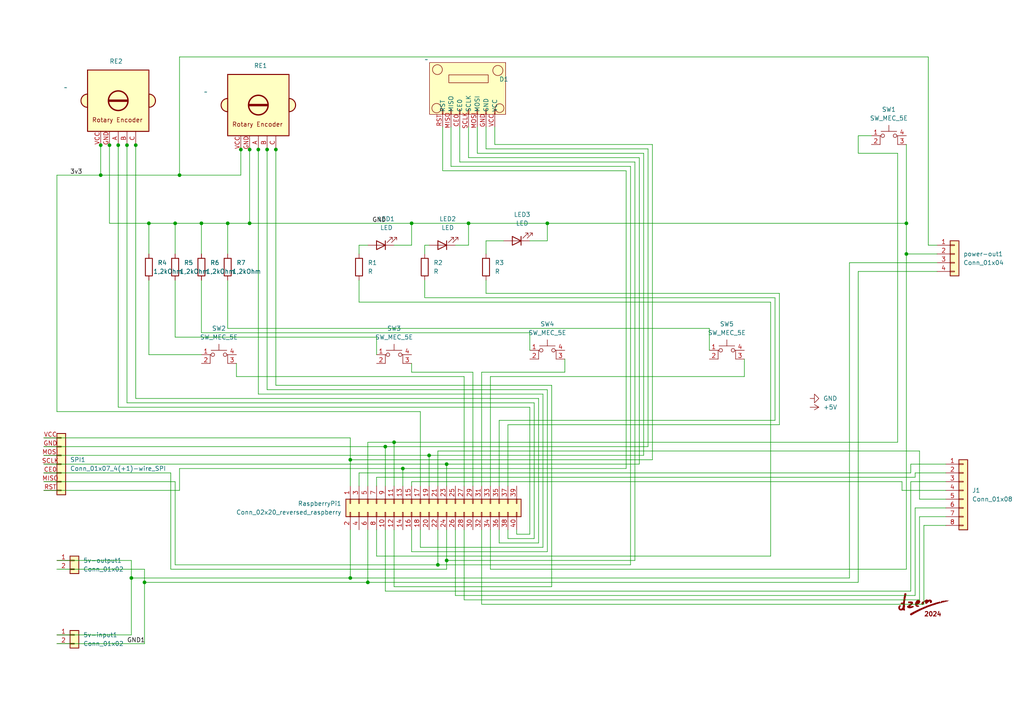
<source format=kicad_sch>
(kicad_sch (version 20230121) (generator eeschema)
  (paper "A4")
  (lib_symbols
    (symbol "Connector_Generic:Conn_01x02" (pin_names (offset 1.016) hide)
      (property "Reference" "J" (at 0 2.54 0))
      (property "Value" "Conn_01x02" (at 0 -5.08 0))
      (symbol "Conn_01x02_1_1"
        (pin passive line (at -5.08 0 0) (length 3.81) (name "Pin_1") (number "1"))
        (pin passive line (at -5.08 -2.54 0) (length 3.81) (name "Pin_2") (number "2"))
      )
    )
    (symbol "Connector_Generic:Conn_01x04" (pin_names (offset 1.016) hide)
      (property "Reference" "J" (at 0 5.08 0))
      (property "Value" "Conn_01x04" (at 0 -7.62 0))
      (symbol "Conn_01x04_1_1"
        (pin passive line (at -5.08 2.54 0) (length 3.81) (name "Pin_1") (number "1"))
        (pin passive line (at -5.08 0 0) (length 3.81) (name "Pin_2") (number "2"))
        (pin passive line (at -5.08 -2.54 0) (length 3.81) (name "Pin_3") (number "3"))
        (pin passive line (at -5.08 -5.08 0) (length 3.81) (name "Pin_4") (number "4"))
      )
    )
    (symbol "Connector_Generic:Conn_01x08" (pin_names (offset 1.016) hide)
      (property "Reference" "J" (at 0 10.16 0))
      (property "Value" "Conn_01x08" (at 0 -12.7 0))
      (symbol "Conn_01x08_1_1"
        (pin passive line (at -5.08 7.62 0) (length 3.81) (name "Pin_1") (number "1"))
        (pin passive line (at -5.08 5.08 0) (length 3.81) (name "Pin_2") (number "2"))
        (pin passive line (at -5.08 2.54 0) (length 3.81) (name "Pin_3") (number "3"))
        (pin passive line (at -5.08 0 0) (length 3.81) (name "Pin_4") (number "4"))
        (pin passive line (at -5.08 -2.54 0) (length 3.81) (name "Pin_5") (number "5"))
        (pin passive line (at -5.08 -5.08 0) (length 3.81) (name "Pin_6") (number "6"))
        (pin passive line (at -5.08 -7.62 0) (length 3.81) (name "Pin_7") (number "7"))
        (pin passive line (at -5.08 -10.16 0) (length 3.81) (name "Pin_8") (number "8"))
      )
    )
    (symbol "DZEM:Conn_01x07_4(+1)-wire_SPI" (pin_names (offset 1.016) hide)
      (property "Reference" "J" (at 0 10.16 0))
      (property "Value" "Conn_01x07_4(+1)-wire_SPI" (at 0 -10.16 0))
      (symbol "Conn_01x07_4(+1)-wire_SPI_1_1"
        (pin passive line (at -5.08 -2.54 0) (length 3.81) (name "CE0") (number "CE0"))
        (pin passive line (at -5.08 5.08 0) (length 3.81) (name "GND") (number "GND"))
        (pin passive line (at -5.08 -5.08 0) (length 3.81) (name "MISO") (number "MISO"))
        (pin passive line (at -5.08 2.54 0) (length 3.81) (name "MOSI") (number "MOSI"))
        (pin passive line (at -5.08 -7.62 0) (length 3.81) (name "RST") (number "RST"))
        (pin passive line (at -5.08 0 0) (length 3.81) (name "SCLK") (number "SCLK"))
        (pin passive line (at -5.08 7.62 0) (length 3.81) (name "VCC") (number "VCC"))
      )
    )
    (symbol "DZEM:Conn_02x20_reversed_raspberry" (pin_names (offset 1.016) hide)
      (property "Reference" "J" (at 1.27 25.4 0))
      (property "Value" "Conn_02x20_reversed_raspberry" (at 1.27 -27.94 0))
      (symbol "Conn_02x20_reversed_raspberry_1_1"
        (pin passive line (at 7.62 22.86 180) (length 3.81) (name "Pin_1") (number "1"))
        (pin passive line (at -5.08 12.7 0) (length 3.81) (name "Pin_10") (number "10"))
        (pin passive line (at 7.62 10.16 180) (length 3.81) (name "Pin_11") (number "11"))
        (pin passive line (at -5.08 10.16 0) (length 3.81) (name "Pin_12") (number "12"))
        (pin passive line (at 7.62 7.62 180) (length 3.81) (name "Pin_13") (number "13"))
        (pin passive line (at -5.08 7.62 0) (length 3.81) (name "Pin_14") (number "14"))
        (pin passive line (at 7.62 5.08 180) (length 3.81) (name "Pin_15") (number "15"))
        (pin passive line (at -5.08 5.08 0) (length 3.81) (name "Pin_16") (number "16"))
        (pin passive line (at 7.62 2.54 180) (length 3.81) (name "Pin_17") (number "17"))
        (pin passive line (at -5.08 2.54 0) (length 3.81) (name "Pin_18") (number "18"))
        (pin passive line (at 7.62 0 180) (length 3.81) (name "Pin_19") (number "19"))
        (pin passive line (at -5.08 22.86 0) (length 3.81) (name "Pin_2") (number "2"))
        (pin passive line (at -5.08 0 0) (length 3.81) (name "Pin_20") (number "20"))
        (pin passive line (at 7.62 -2.54 180) (length 3.81) (name "Pin_21") (number "21"))
        (pin passive line (at -5.08 -2.54 0) (length 3.81) (name "Pin_22") (number "22"))
        (pin passive line (at 7.62 -5.08 180) (length 3.81) (name "Pin_23") (number "23"))
        (pin passive line (at -5.08 -5.08 0) (length 3.81) (name "Pin_24") (number "24"))
        (pin passive line (at 7.62 -7.62 180) (length 3.81) (name "Pin_25") (number "25"))
        (pin passive line (at -5.08 -7.62 0) (length 3.81) (name "Pin_26") (number "26"))
        (pin passive line (at 7.62 -10.16 180) (length 3.81) (name "Pin_27") (number "27"))
        (pin passive line (at -5.08 -10.16 0) (length 3.81) (name "Pin_28") (number "28"))
        (pin passive line (at 7.62 -12.7 180) (length 3.81) (name "Pin_29") (number "29"))
        (pin passive line (at 7.62 20.32 180) (length 3.81) (name "Pin_3") (number "3"))
        (pin passive line (at -5.08 -12.7 0) (length 3.81) (name "Pin_30") (number "30"))
        (pin passive line (at 7.62 -15.24 180) (length 3.81) (name "Pin_31") (number "31"))
        (pin passive line (at -5.08 -15.24 0) (length 3.81) (name "Pin_32") (number "32"))
        (pin passive line (at 7.62 -17.78 180) (length 3.81) (name "Pin_33") (number "33"))
        (pin passive line (at -5.08 -17.78 0) (length 3.81) (name "Pin_34") (number "34"))
        (pin passive line (at 7.62 -20.32 180) (length 3.81) (name "Pin_35") (number "35"))
        (pin passive line (at -5.08 -20.32 0) (length 3.81) (name "Pin_36") (number "36"))
        (pin passive line (at 7.62 -22.86 180) (length 3.81) (name "Pin_37") (number "37"))
        (pin passive line (at -5.08 -22.86 0) (length 3.81) (name "Pin_38") (number "38"))
        (pin passive line (at 7.62 -25.4 180) (length 3.81) (name "Pin_39") (number "39"))
        (pin passive line (at -5.08 20.32 0) (length 3.81) (name "Pin_4") (number "4"))
        (pin passive line (at -5.08 -25.4 0) (length 3.81) (name "Pin_40") (number "40"))
        (pin passive line (at 7.62 17.78 180) (length 3.81) (name "Pin_5") (number "5"))
        (pin passive line (at -5.08 17.78 0) (length 3.81) (name "Pin_6") (number "6"))
        (pin passive line (at 7.62 15.24 180) (length 3.81) (name "Pin_7") (number "7"))
        (pin passive line (at -5.08 15.24 0) (length 3.81) (name "Pin_8") (number "8"))
        (pin passive line (at 7.62 12.7 180) (length 3.81) (name "Pin_9") (number "9"))
      )
    )
    (symbol "DZEM:EC11_Rotary_Encoder"
      (property "Reference" "RE" (at -0.254 5.842 0))
      (symbol "EC11_Rotary_Encoder_1_1"
        (text "Rotary Encoder" (at -0.254 -5.588 0) (effects (font (size 1.27 1.27))))
        (pin output line (at 0 -12.89 90) (length 4) (name "") (number "A"))
        (pin output line (at 2.54 -12.89 90) (length 4) (name "") (number "B"))
        (pin output line (at 5.08 -12.89 90) (length 4) (name "") (number "C"))
        (pin power_in line (at -2.54 -12.89 90) (length 4) (name "") (number "GND"))
        (pin power_in line (at -5.08 -12.89 90) (length 4) (name "") (number "VCC"))
      )
    )
    (symbol "DZEM:OLED_Display_Module"
      (property "Reference" "D" (at 5.207 -2.413 0))
      (symbol "OLED_Display_Module_1_1"
        (pin passive line (at 8.89 -18.796 90) (length 3.81) (name "CE0") (number "CE0"))
        (pin passive line (at 16.51 -18.796 90) (length 3.81) (name "GND") (number "GND"))
        (pin passive line (at 6.35 -18.796 90) (length 3.81) (name "MISO") (number "MISO"))
        (pin passive line (at 13.97 -18.796 90) (length 3.81) (name "MOSI") (number "MOSI"))
        (pin passive line (at 3.937 -18.796 90) (length 3.81) (name "RST") (number "RST"))
        (pin passive line (at 11.43 -18.796 90) (length 3.81) (name "SCLK") (number "SCLK"))
        (pin passive line (at 19.05 -18.796 90) (length 3.81) (name "VCC") (number "VCC"))
      )
    )
    (symbol "DZEM:dzem-signature" (pin_names (offset 1.016)))
    (symbol "Device:LED" (pin_numbers hide) (pin_names (offset 1.016) hide)
      (property "Reference" "D" (at 0 2.54 0))
      (property "Value" "LED" (at 0 -2.54 0))
      (symbol "LED_1_1"
        (pin passive line (at -3.81 0 0) (length 2.54) (name "K") (number "1"))
        (pin passive line (at 3.81 0 180) (length 2.54) (name "A") (number "2"))
      )
    )
    (symbol "Device:R" (pin_numbers hide) (pin_names (offset 0))
      (property "Reference" "R" (at 2.032 0 90))
      (property "Value" "R" (at 0 0 90))
      (symbol "R_1_1"
        (pin passive line (at 0 3.81 270) (length 1.27) (name "~") (number "1"))
        (pin passive line (at 0 -3.81 90) (length 1.27) (name "~") (number "2"))
      )
    )
    (symbol "Switch:SW_MEC_5E" (pin_names (offset 1.016) hide)
      (property "Reference" "SW" (at 0.635 5.715 0))
      (property "Value" "SW_MEC_5E" (at 0 -3.175 0))
      (symbol "SW_MEC_5E_0_1"
        (pin passive line (at -5.08 2.54 0) (length 2.54) (name "1") (number "1"))
        (pin passive line (at -5.08 0 0) (length 2.54) (name "2") (number "2"))
        (pin passive line (at 5.08 0 180) (length 2.54) (name "K") (number "3"))
        (pin passive line (at 5.08 2.54 180) (length 2.54) (name "A") (number "4"))
      )
    )
    (symbol "power:+5V" (power) (pin_names (offset 0))
      (property "Value" "+5V" (at 0 3.556 0))
      (symbol "+5V_1_1"
        (pin power_in line (at 0 0 90) (length 0) hide (name "+5V") (number "1"))
      )
    )
    (symbol "power:GND" (power) (pin_names (offset 0))
      (property "Value" "GND" (at 0 -3.81 0))
      (symbol "GND_1_1"
        (pin power_in line (at 0 0 270) (length 0) hide (name "GND") (number "1"))
      )
    )
  )
  (junction (at 34.29 42.1))
  (junction (at 72.39 64.77))
  (junction (at 50.8 64.77))
  (junction (at 116.84 135.89))
  (junction (at 80.01 43.37))
  (junction (at 127 163.83))
  (junction (at 262.89 64.77))
  (junction (at 74.93 43.37))
  (junction (at 158.75 64.77))
  (junction (at 129.54 162.56))
  (junction (at 135.89 64.77))
  (junction (at 111.76 129.54))
  (junction (at 29.21 50.8))
  (junction (at 41.91 168.91))
  (junction (at 36.83 42.1))
  (junction (at 129.54 134.62))
  (junction (at 124.46 132.08))
  (junction (at 114.3 128.27))
  (junction (at 52.07 50.8))
  (junction (at 43.18 64.77))
  (junction (at 106.68 168.91))
  (junction (at 58.42 64.77))
  (junction (at 101.6 133.35))
  (junction (at 31.75 42.1))
  (junction (at 29.21 42.1))
  (junction (at 77.47 43.37))
  (junction (at 119.38 64.77))
  (junction (at 72.39 43.37))
  (junction (at 66.04 64.77))
  (junction (at 262.89 73.66))
  (junction (at 69.85 43.37))
  (junction (at 39.37 42.1))
  (junction (at 38.1 167.64))
  (junction (at 101.6 167.64))
  (wire (pts (xy 41.91 165.1) (xy 41.91 168.91)))
  (wire (pts (xy 119.38 64.77) (xy 135.89 64.77)))
  (wire (pts (xy 261.62 139.7) (xy 261.62 142.24)))
  (wire (pts (xy 132.08 71.12) (xy 135.89 71.12)))
  (wire (pts (xy 34.29 118.11) (xy 153.67 118.11)))
  (wire (pts (xy 114.3 128.27) (xy 260.35 128.27)))
  (wire (pts (xy 119.38 105.41) (xy 119.38 107.95)))
  (wire (pts (xy 130.81 36.83) (xy 130.81 48.26)))
  (wire (pts (xy 116.84 135.89) (xy 116.84 140.97)))
  (wire (pts (xy 149.86 154.94) (xy 149.86 153.67)))
  (wire (pts (xy 129.54 134.62) (xy 185.42 134.62)))
  (wire (pts (xy 132.08 172.72) (xy 265.43 172.72)))
  (wire (pts (xy 77.47 113.03) (xy 158.75 113.03)))
  (wire (pts (xy 129.54 162.56) (xy 129.54 165.1)))
  (wire (pts (xy 34.29 42.1) (xy 34.29 118.11)))
  (wire (pts (xy 50.8 64.77) (xy 58.42 64.77)))
  (wire (pts (xy 43.18 81.28) (xy 43.18 102.87)))
  (wire (pts (xy 205.74 101.6) (xy 205.74 95.25)))
  (wire (pts (xy 68.58 105.41) (xy 68.58 109.22)))
  (wire (pts (xy 248.92 39.37) (xy 248.92 44.45)))
  (wire (pts (xy 224.79 86.36) (xy 224.79 121.92)))
  (wire (pts (xy 101.6 153.67) (xy 101.6 167.64)))
  (wire (pts (xy 38.1 184.15) (xy 16.51 184.15)))
  (wire (pts (xy 266.7 149.86) (xy 274.32 149.86)))
  (wire (pts (xy 269.24 71.12) (xy 271.78 71.12)))
  (wire (pts (xy 134.62 109.22) (xy 68.58 109.22)))
  (wire (pts (xy 109.22 140.97) (xy 109.22 138.43)))
  (wire (pts (xy 142.24 153.67) (xy 142.24 165.1)))
  (wire (pts (xy 72.39 43.18) (xy 72.39 43.37)))
  (wire (pts (xy 101.6 167.64) (xy 246.38 167.64)))
  (wire (pts (xy 106.68 168.91) (xy 248.92 168.91)))
  (wire (pts (xy 129.54 165.1) (xy 49.53 165.1)))
  (wire (pts (xy 52.07 50.8) (xy 69.85 50.8)))
  (wire (pts (xy 114.3 71.12) (xy 119.38 71.12)))
  (wire (pts (xy 50.8 64.77) (xy 50.8 73.66)))
  (wire (pts (xy 16.51 119.38) (xy 16.51 50.8)))
  (wire (pts (xy 50.8 163.83) (xy 127 163.83)))
  (wire (pts (xy 106.68 153.67) (xy 106.68 168.91)))
  (wire (pts (xy 140.97 69.85) (xy 140.97 73.66)))
  (wire (pts (xy 184.15 46.99) (xy 133.35 46.99)))
  (wire (pts (xy 49.53 165.1) (xy 49.53 137.16)))
  (wire (pts (xy 104.14 140.97) (xy 104.14 137.16)))
  (wire (pts (xy 142.24 140.97) (xy 142.24 109.22)))
  (wire (pts (xy 121.92 140.97) (xy 121.92 119.38)))
  (wire (pts (xy 137.16 107.95) (xy 119.38 107.95)))
  (wire (pts (xy 104.14 87.63) (xy 104.14 81.28)))
  (wire (pts (xy 104.14 71.12) (xy 106.68 71.12)))
  (wire (pts (xy 134.62 109.22) (xy 134.62 140.97)))
  (wire (pts (xy 121.92 119.38) (xy 16.51 119.38)))
  (wire (pts (xy 58.42 64.77) (xy 66.04 64.77)))
  (wire (pts (xy 156.21 157.48) (xy 156.21 115.57)))
  (wire (pts (xy 31.75 41.91) (xy 31.75 42.1)))
  (wire (pts (xy 129.54 153.67) (xy 129.54 162.56)))
  (wire (pts (xy 119.38 160.02) (xy 158.75 160.02)))
  (wire (pts (xy 140.97 36.83) (xy 140.97 43.18)))
  (wire (pts (xy 29.21 41.91) (xy 29.21 42.1)))
  (wire (pts (xy 58.42 96.52) (xy 58.42 81.28)))
  (wire (pts (xy 140.97 81.28) (xy 140.97 85.09)))
  (wire (pts (xy 266.7 173.99) (xy 266.7 149.86)))
  (wire (pts (xy 153.67 154.94) (xy 149.86 154.94)))
  (wire (pts (xy 127 140.97) (xy 127 130.81)))
  (wire (pts (xy 142.24 109.22) (xy 215.9 109.22)))
  (wire (pts (xy 181.61 135.89) (xy 116.84 135.89)))
  (wire (pts (xy 267.97 152.4) (xy 274.32 152.4)))
  (wire (pts (xy 38.1 162.56) (xy 38.1 167.64)))
  (wire (pts (xy 69.85 43.37) (xy 69.85 50.8)))
  (wire (pts (xy 119.38 153.67) (xy 119.38 160.02)))
  (wire (pts (xy 124.46 132.08) (xy 186.69 132.08)))
  (wire (pts (xy 101.6 133.35) (xy 101.6 140.97)))
  (wire (pts (xy 43.18 64.77) (xy 43.18 73.66)))
  (wire (pts (xy 12.7 139.7) (xy 50.8 139.7)))
  (wire (pts (xy 157.48 158.75) (xy 121.92 158.75)))
  (wire (pts (xy 135.89 64.77) (xy 158.75 64.77)))
  (wire (pts (xy 43.18 64.77) (xy 50.8 64.77)))
  (wire (pts (xy 144.78 121.92) (xy 224.79 121.92)))
  (wire (pts (xy 104.14 73.66) (xy 104.14 71.12)))
  (wire (pts (xy 189.23 41.91) (xy 143.51 41.91)))
  (wire (pts (xy 144.78 140.97) (xy 144.78 121.92)))
  (wire (pts (xy 109.22 161.29) (xy 223.52 161.29)))
  (wire (pts (xy 109.22 97.79) (xy 50.8 97.79)))
  (wire (pts (xy 39.37 41.91) (xy 39.37 42.1)))
  (wire (pts (xy 66.04 64.77) (xy 72.39 64.77)))
  (wire (pts (xy 262.89 64.77) (xy 262.89 73.66)))
  (wire (pts (xy 109.22 153.67) (xy 109.22 161.29)))
  (wire (pts (xy 66.04 64.77) (xy 66.04 73.66)))
  (wire (pts (xy 147.32 153.67) (xy 147.32 156.21)))
  (wire (pts (xy 182.88 48.26) (xy 130.81 48.26)))
  (wire (pts (xy 29.21 50.8) (xy 52.07 50.8)))
  (wire (pts (xy 138.43 44.45) (xy 186.69 44.45)))
  (wire (pts (xy 153.67 101.6) (xy 153.67 96.52)))
  (wire (pts (xy 153.67 118.11) (xy 153.67 154.94)))
  (wire (pts (xy 139.7 153.67) (xy 139.7 175.26)))
  (wire (pts (xy 52.07 16.51) (xy 52.07 50.8)))
  (wire (pts (xy 127 153.67) (xy 127 163.83)))
  (wire (pts (xy 134.62 153.67) (xy 134.62 173.99)))
  (wire (pts (xy 114.3 170.18) (xy 114.3 153.67)))
  (wire (pts (xy 163.83 104.14) (xy 163.83 107.95)))
  (wire (pts (xy 185.42 45.72) (xy 135.89 45.72)))
  (wire (pts (xy 158.75 64.77) (xy 262.89 64.77)))
  (wire (pts (xy 264.16 139.7) (xy 274.32 139.7)))
  (wire (pts (xy 266.7 144.78) (xy 274.32 144.78)))
  (wire (pts (xy 106.68 128.27) (xy 114.3 128.27)))
  (wire (pts (xy 260.35 128.27) (xy 260.35 44.45)))
  (wire (pts (xy 267.97 175.26) (xy 267.97 152.4)))
  (wire (pts (xy 38.1 167.64) (xy 101.6 167.64)))
  (wire (pts (xy 77.47 43.18) (xy 77.47 43.37)))
  (wire (pts (xy 153.67 96.52) (xy 58.42 96.52)))
  (wire (pts (xy 50.8 163.83) (xy 50.8 139.7)))
  (wire (pts (xy 185.42 134.62) (xy 185.42 45.72)))
  (wire (pts (xy 226.06 85.09) (xy 226.06 123.19)))
  (wire (pts (xy 133.35 36.83) (xy 133.35 46.99)))
  (wire (pts (xy 12.7 132.08) (xy 124.46 132.08)))
  (wire (pts (xy 69.85 43.18) (xy 69.85 43.37)))
  (wire (pts (xy 139.7 107.95) (xy 163.83 107.95)))
  (wire (pts (xy 80.01 111.76) (xy 160.02 111.76)))
  (wire (pts (xy 12.7 127) (xy 101.6 127)))
  (wire (pts (xy 111.76 129.54) (xy 111.76 140.97)))
  (wire (pts (xy 262.89 73.66) (xy 262.89 165.1)))
  (wire (pts (xy 123.19 81.28) (xy 123.19 86.36)))
  (wire (pts (xy 182.88 163.83) (xy 182.88 48.26)))
  (wire (pts (xy 248.92 168.91) (xy 248.92 78.74)))
  (wire (pts (xy 124.46 132.08) (xy 124.46 140.97)))
  (wire (pts (xy 128.397 49.53) (xy 181.61 49.53)))
  (wire (pts (xy 36.83 42.1) (xy 36.83 116.84)))
  (wire (pts (xy 127 163.83) (xy 182.88 163.83)))
  (wire (pts (xy 223.52 87.63) (xy 223.52 161.29)))
  (wire (pts (xy 160.02 111.76) (xy 160.02 170.18)))
  (wire (pts (xy 266.7 130.81) (xy 266.7 144.78)))
  (wire (pts (xy 114.3 128.27) (xy 114.3 140.97)))
  (wire (pts (xy 134.62 173.99) (xy 266.7 173.99)))
  (wire (pts (xy 123.19 86.36) (xy 224.79 86.36)))
  (wire (pts (xy 52.07 135.89) (xy 116.84 135.89)))
  (wire (pts (xy 111.76 171.45) (xy 264.16 171.45)))
  (wire (pts (xy 41.91 168.91) (xy 41.91 186.69)))
  (wire (pts (xy 262.89 73.66) (xy 271.78 73.66)))
  (wire (pts (xy 16.51 165.1) (xy 41.91 165.1)))
  (wire (pts (xy 101.6 133.35) (xy 189.23 133.35)))
  (wire (pts (xy 119.38 64.77) (xy 119.38 71.12)))
  (wire (pts (xy 38.1 167.64) (xy 38.1 184.15)))
  (wire (pts (xy 144.78 157.48) (xy 156.21 157.48)))
  (wire (pts (xy 147.32 140.97) (xy 147.32 123.19)))
  (wire (pts (xy 274.32 137.16) (xy 265.43 137.16)))
  (wire (pts (xy 74.93 43.18) (xy 74.93 43.37)))
  (wire (pts (xy 119.38 140.97) (xy 119.38 139.7)))
  (wire (pts (xy 127 130.81) (xy 266.7 130.81)))
  (wire (pts (xy 132.08 153.67) (xy 132.08 172.72)))
  (wire (pts (xy 31.75 64.77) (xy 43.18 64.77)))
  (wire (pts (xy 106.68 140.97) (xy 106.68 128.27)))
  (wire (pts (xy 36.83 41.91) (xy 36.83 42.1)))
  (wire (pts (xy 50.8 97.79) (xy 50.8 81.28)))
  (wire (pts (xy 154.94 156.21) (xy 154.94 116.84)))
  (wire (pts (xy 74.93 114.3) (xy 157.48 114.3)))
  (wire (pts (xy 106.68 168.91) (xy 41.91 168.91)))
  (wire (pts (xy 269.24 16.51) (xy 52.07 16.51)))
  (wire (pts (xy 215.9 104.14) (xy 215.9 109.22)))
  (wire (pts (xy 58.42 64.77) (xy 58.42 73.66)))
  (wire (pts (xy 43.18 102.87) (xy 58.42 102.87)))
  (wire (pts (xy 101.6 127) (xy 101.6 133.35)))
  (wire (pts (xy 156.21 115.57) (xy 39.37 115.57)))
  (wire (pts (xy 109.22 138.43) (xy 265.43 138.43)))
  (wire (pts (xy 147.32 123.19) (xy 226.06 123.19)))
  (wire (pts (xy 109.22 97.79) (xy 109.22 102.87)))
  (wire (pts (xy 72.39 43.37) (xy 72.39 64.77)))
  (wire (pts (xy 158.75 113.03) (xy 158.75 160.02)))
  (wire (pts (xy 157.48 114.3) (xy 157.48 158.75)))
  (wire (pts (xy 264.16 137.16) (xy 264.16 134.62)))
  (wire (pts (xy 31.75 42.1) (xy 31.75 64.77)))
  (wire (pts (xy 129.54 162.56) (xy 184.15 162.56)))
  (wire (pts (xy 16.51 162.56) (xy 38.1 162.56)))
  (wire (pts (xy 39.37 42.1) (xy 39.37 115.57)))
  (wire (pts (xy 248.92 39.37) (xy 252.73 39.37)))
  (wire (pts (xy 140.97 85.09) (xy 226.06 85.09)))
  (wire (pts (xy 12.7 134.62) (xy 129.54 134.62)))
  (wire (pts (xy 135.89 45.72) (xy 135.89 36.83)))
  (wire (pts (xy 80.01 43.37) (xy 80.01 111.76)))
  (wire (pts (xy 111.76 153.67) (xy 111.76 171.45)))
  (wire (pts (xy 80.01 43.18) (xy 80.01 43.37)))
  (wire (pts (xy 262.89 41.91) (xy 262.89 64.77)))
  (wire (pts (xy 29.21 42.1) (xy 29.21 50.8)))
  (wire (pts (xy 260.35 44.45) (xy 248.92 44.45)))
  (wire (pts (xy 143.51 41.91) (xy 143.51 36.83)))
  (wire (pts (xy 265.43 147.32) (xy 274.32 147.32)))
  (wire (pts (xy 74.93 43.37) (xy 74.93 114.3)))
  (wire (pts (xy 140.97 43.18) (xy 187.96 43.18)))
  (wire (pts (xy 128.397 49.53) (xy 128.397 36.83)))
  (wire (pts (xy 261.62 142.24) (xy 274.32 142.24)))
  (wire (pts (xy 189.23 41.91) (xy 189.23 133.35)))
  (wire (pts (xy 154.94 116.84) (xy 36.83 116.84)))
  (wire (pts (xy 153.67 69.85) (xy 158.75 69.85)))
  (wire (pts (xy 124.46 71.12) (xy 123.19 71.12)))
  (wire (pts (xy 119.38 139.7) (xy 261.62 139.7)))
  (wire (pts (xy 139.7 140.97) (xy 139.7 107.95)))
  (wire (pts (xy 137.16 107.95) (xy 137.16 140.97)))
  (wire (pts (xy 104.14 137.16) (xy 264.16 137.16)))
  (wire (pts (xy 135.89 64.77) (xy 135.89 71.12)))
  (wire (pts (xy 41.91 186.69) (xy 16.51 186.69)))
  (wire (pts (xy 140.97 69.85) (xy 146.05 69.85)))
  (wire (pts (xy 142.24 165.1) (xy 262.89 165.1)))
  (wire (pts (xy 181.61 49.53) (xy 181.61 135.89)))
  (wire (pts (xy 264.16 134.62) (xy 274.32 134.62)))
  (wire (pts (xy 52.07 142.24) (xy 52.07 135.89)))
  (wire (pts (xy 184.15 162.56) (xy 184.15 46.99)))
  (wire (pts (xy 187.96 129.54) (xy 111.76 129.54)))
  (wire (pts (xy 114.3 170.18) (xy 160.02 170.18)))
  (wire (pts (xy 158.75 69.85) (xy 158.75 64.77)))
  (wire (pts (xy 121.92 158.75) (xy 121.92 153.67)))
  (wire (pts (xy 265.43 172.72) (xy 265.43 147.32)))
  (wire (pts (xy 139.7 175.26) (xy 267.97 175.26)))
  (wire (pts (xy 104.14 87.63) (xy 223.52 87.63)))
  (wire (pts (xy 12.7 142.24) (xy 52.07 142.24)))
  (wire (pts (xy 144.78 157.48) (xy 144.78 153.67)))
  (wire (pts (xy 129.54 134.62) (xy 129.54 140.97)))
  (wire (pts (xy 16.51 50.8) (xy 29.21 50.8)))
  (wire (pts (xy 265.43 137.16) (xy 265.43 138.43)))
  (wire (pts (xy 264.16 139.7) (xy 264.16 171.45)))
  (wire (pts (xy 72.39 64.77) (xy 119.38 64.77)))
  (wire (pts (xy 186.69 132.08) (xy 186.69 44.45)))
  (wire (pts (xy 271.78 76.2) (xy 246.38 76.2)))
  (wire (pts (xy 34.29 41.91) (xy 34.29 42.1)))
  (wire (pts (xy 246.38 76.2) (xy 246.38 167.64)))
  (wire (pts (xy 123.19 71.12) (xy 123.19 73.66)))
  (wire (pts (xy 269.24 16.51) (xy 269.24 71.12)))
  (wire (pts (xy 187.96 43.18) (xy 187.96 129.54)))
  (wire (pts (xy 12.7 129.54) (xy 111.76 129.54)))
  (wire (pts (xy 138.43 44.45) (xy 138.43 36.83)))
  (wire (pts (xy 248.92 78.74) (xy 271.78 78.74)))
  (wire (pts (xy 205.74 95.25) (xy 66.04 95.25)))
  (wire (pts (xy 66.04 95.25) (xy 66.04 81.28)))
  (wire (pts (xy 49.53 137.16) (xy 12.7 137.16)))
  (wire (pts (xy 77.47 43.37) (xy 77.47 113.03)))
  (wire (pts (xy 147.32 156.21) (xy 154.94 156.21)))
  (text "2024" (at 267.97 179.07 0) (effects (font (size 1.27 1.27) (thickness 0.254) bold) (justify left bottom)))
  (label "GND" (at 107.95 64.77 0))
  (label "3v3" (at 20.32 50.8 0))
  (label "GND1" (at 36.83 186.69 0))
  (symbol (lib_id "Device:LED") (at 128.27 71.12 180) (unit 1)
    (property "Reference" "LED2" (at 129.8575 63.5 0))
    (property "Value" "LED" (at 129.8575 66.04 0))
    (property "Footprint" "DZEM:LED_D3.0mm" (effects hide))
  )
  (symbol (lib_id "Device:R") (at 58.42 77.47 0) (unit 1)
    (property "Reference" "R6" (at 60.96 76.2 0) (effects (justify left)))
    (property "Value" "1,2kOhm" (at 59.69 78.74 0) (effects (justify left)))
    (property "Footprint" "DZEM:R_Axial_DIN0207_L6.3mm_D2.5mm_P7.62mm_Horizontal" (effects hide))
  )
  (symbol (lib_id "power:+5V") (at 234.95 118.11 270) (unit 1)
    (property "Reference" "#PWR02" (effects hide))
    (property "Value" "+5V" (at 238.76 118.11 90) (effects (justify left)))
  )
  (symbol (lib_id "Switch:SW_MEC_5E") (at 210.82 104.14 0) (unit 1)
    (property "Reference" "SW5" (at 210.82 93.98 0))
    (property "Value" "SW_MEC_5E" (at 210.82 96.52 0))
    (property "Footprint" "DZEM:SW_PUSH-12mm" (effects hide))
    (property "Datasheet" "http://www.apem.com/int/index.php?controller=attachment&id_attachment=1371" (effects hide))
  )
  (symbol (lib_id "DZEM:Conn_02x20_reversed_raspberry") (at 124.46 148.59 90) (unit 1)
    (property "Reference" "RaspberryPi1" (at 99.06 146.05 90) (effects (justify left)))
    (property "Value" "Conn_02x20_reversed_raspberry" (at 99.06 148.59 90) (effects (justify left)))
    (property "Footprint" "DZEM:PinHeader_RaspberryPi_reversed" (effects hide))
  )
  (symbol (lib_id "Device:LED") (at 149.86 69.85 180) (unit 1)
    (property "Reference" "LED3" (at 151.4475 62.23 0))
    (property "Value" "LED" (at 151.4475 64.77 0))
    (property "Footprint" "DZEM:LED_D3.0mm" (effects hide))
  )
  (symbol (lib_id "Switch:SW_MEC_5E") (at 257.81 41.91 0) (unit 1)
    (property "Reference" "SW1" (at 257.81 31.75 0))
    (property "Value" "SW_MEC_5E" (at 257.81 34.29 0))
    (property "Footprint" "DZEM:SW_PUSH-12mm" (effects hide))
    (property "Datasheet" "http://www.apem.com/int/index.php?controller=attachment&id_attachment=1371" (effects hide))
  )
  (symbol (lib_id "Switch:SW_MEC_5E") (at 114.3 105.41 0) (unit 1)
    (property "Reference" "SW3" (at 114.3 95.25 0))
    (property "Value" "SW_MEC_5E" (at 114.3 97.79 0))
    (property "Footprint" "DZEM:SW_PUSH-12mm" (effects hide))
    (property "Datasheet" "http://www.apem.com/int/index.php?controller=attachment&id_attachment=1371" (effects hide))
  )
  (symbol (lib_id "Device:R") (at 140.97 77.47 0) (unit 1)
    (property "Reference" "R3" (at 143.51 76.2 0) (effects (justify left)))
    (property "Value" "R" (at 143.51 78.74 0) (effects (justify left)))
    (property "Footprint" "DZEM:R_Axial_DIN0207_L6.3mm_D2.5mm_P7.62mm_Horizontal" (effects hide))
  )
  (symbol (lib_id "DZEM:Conn_01x07_4(+1)-wire_SPI") (at 17.78 134.62 0) (unit 1)
    (property "Reference" "SPI1" (at 20.32 133.35 0) (effects (justify left)))
    (property "Value" "Conn_01x07_4(+1)-wire_SPI" (at 20.32 135.89 0) (effects (justify left)))
    (property "Footprint" "DZEM:PinHeader_1x07_P2.54mm_4(+1)-wire_SPI" (effects hide))
  )
  (symbol (lib_id "Device:R") (at 50.8 77.47 0) (unit 1)
    (property "Reference" "R5" (at 53.34 76.2 0) (effects (justify left)))
    (property "Value" "1,2kOhm" (at 52.07 78.74 0) (effects (justify left)))
    (property "Footprint" "DZEM:R_Axial_DIN0207_L6.3mm_D2.5mm_P7.62mm_Horizontal" (effects hide))
  )
  (symbol (lib_id "Connector_Generic:Conn_01x08") (at 279.4 142.24 0) (unit 1)
    (property "Reference" "J1" (at 281.94 142.24 0) (effects (justify left)))
    (property "Value" "Conn_01x08" (at 281.94 144.78 0) (effects (justify left)))
    (property "Footprint" "Connector_PinHeader_2.54mm:PinHeader_1x08_P2.54mm_Vertical" (effects hide))
  )
  (symbol (lib_id "DZEM:EC11_Rotary_Encoder") (at 74.93 30.48 0) (unit 1)
    (property "Reference" "RE1" (at 73.66 19.05 0) (effects (justify left)))
    (property "Value" "~" (at 59.69 26.67 0))
    (property "Footprint" "DZEM:EC11 Rotary Encoder" (effects hide))
  )
  (symbol (lib_id "DZEM:EC11_Rotary_Encoder") (at 34.29 29.21 0) (unit 1)
    (property "Reference" "RE2" (at 31.75 17.78 0) (effects (justify left)))
    (property "Value" "~" (at 19.05 25.4 0))
    (property "Footprint" "DZEM:EC11 Rotary Encoder" (effects hide))
  )
  (symbol (lib_id "Device:LED") (at 110.49 71.12 180) (unit 1)
    (property "Reference" "LED1" (at 112.0775 63.5 0))
    (property "Value" "LED" (at 112.0775 66.04 0))
    (property "Footprint" "DZEM:LED_D3.0mm" (effects hide))
  )
  (symbol (lib_id "Device:R") (at 123.19 77.47 0) (unit 1)
    (property "Reference" "R2" (at 125.73 76.2 0) (effects (justify left)))
    (property "Value" "R" (at 125.73 78.74 0) (effects (justify left)))
    (property "Footprint" "DZEM:R_Axial_DIN0207_L6.3mm_D2.5mm_P7.62mm_Horizontal" (effects hide))
  )
  (symbol (lib_id "DZEM:OLED_Display_Module") (at 124.46 18.034 0) (unit 1)
    (property "Reference" "D1" (at 144.78 22.987 0) (effects (justify left)))
    (property "Value" "~" (at 123.698 17.272 0))
    (property "Footprint" "DZEM:Waveshare 1.32inch OLED Display Module" (effects hide))
  )
  (symbol (lib_id "Device:R") (at 66.04 77.47 0) (unit 1)
    (property "Reference" "R7" (at 68.58 76.2 0) (effects (justify left)))
    (property "Value" "1,2kOhm" (at 67.31 78.74 0) (effects (justify left)))
    (property "Footprint" "DZEM:R_Axial_DIN0207_L6.3mm_D2.5mm_P7.62mm_Horizontal" (effects hide))
  )
  (symbol (lib_id "Device:R") (at 104.14 77.47 0) (unit 1)
    (property "Reference" "R1" (at 106.68 76.2 0) (effects (justify left)))
    (property "Value" "R" (at 106.68 78.74 0) (effects (justify left)))
    (property "Footprint" "DZEM:R_Axial_DIN0207_L6.3mm_D2.5mm_P7.62mm_Horizontal" (effects hide))
  )
  (symbol (lib_id "power:GND") (at 234.95 115.57 90) (unit 1)
    (property "Reference" "#PWR01" (effects hide))
    (property "Value" "GND" (at 238.76 115.57 90) (effects (justify right)))
  )
  (symbol (lib_id "Switch:SW_MEC_5E") (at 158.75 104.14 0) (unit 1)
    (property "Reference" "SW4" (at 158.75 93.98 0))
    (property "Value" "SW_MEC_5E" (at 158.75 96.52 0))
    (property "Footprint" "DZEM:SW_PUSH-12mm" (effects hide))
    (property "Datasheet" "http://www.apem.com/int/index.php?controller=attachment&id_attachment=1371" (effects hide))
  )
  (symbol (lib_id "Connector_Generic:Conn_01x02") (at 21.59 162.56 0) (unit 1)
    (property "Reference" "5v-output1" (at 24.13 162.56 0) (effects (justify left)))
    (property "Value" "Conn_01x02" (at 24.13 165.1 0) (effects (justify left)))
    (property "Footprint" "Connector_PinHeader_2.54mm:PinHeader_1x02_P2.54mm_Vertical" (effects hide))
  )
  (symbol (lib_id "DZEM:dzem-signature") (at 267.97 175.26 0) (unit 1)
    (property "Reference" "#G1" (effects hide))
    (property "Value" "dzem-signature" (effects hide))
  )
  (symbol (lib_id "Device:R") (at 43.18 77.47 0) (unit 1)
    (property "Reference" "R4" (at 45.72 76.2 0) (effects (justify left)))
    (property "Value" "1,2kOhm" (at 44.45 78.74 0) (effects (justify left)))
    (property "Footprint" "DZEM:R_Axial_DIN0207_L6.3mm_D2.5mm_P7.62mm_Horizontal" (effects hide))
  )
  (symbol (lib_id "Connector_Generic:Conn_01x04") (at 276.86 73.66 0) (unit 1)
    (property "Reference" "power-out1" (at 279.4 73.66 0) (effects (justify left)))
    (property "Value" "Conn_01x04" (at 279.4 76.2 0) (effects (justify left)))
    (property "Footprint" "DZEM:4-pins_power_connector" (effects hide))
  )
  (symbol (lib_id "Connector_Generic:Conn_01x02") (at 21.59 184.15 0) (unit 1)
    (property "Reference" "5v-input1" (at 24.13 184.15 0) (effects (justify left)))
    (property "Value" "Conn_01x02" (at 24.13 186.69 0) (effects (justify left)))
    (property "Footprint" "Connector_Wire:SolderWire-1sqmm_1x02_P5.4mm_D1.4mm_OD2.7mm" (effects hide))
  )
  (symbol (lib_id "Switch:SW_MEC_5E") (at 63.5 105.41 0) (unit 1)
    (property "Reference" "SW2" (at 63.5 95.25 0))
    (property "Value" "SW_MEC_5E" (at 63.5 97.79 0))
    (property "Footprint" "DZEM:SW_PUSH-12mm" (effects hide))
    (property "Datasheet" "http://www.apem.com/int/index.php?controller=attachment&id_attachment=1371" (effects hide))
  )
)
</source>
